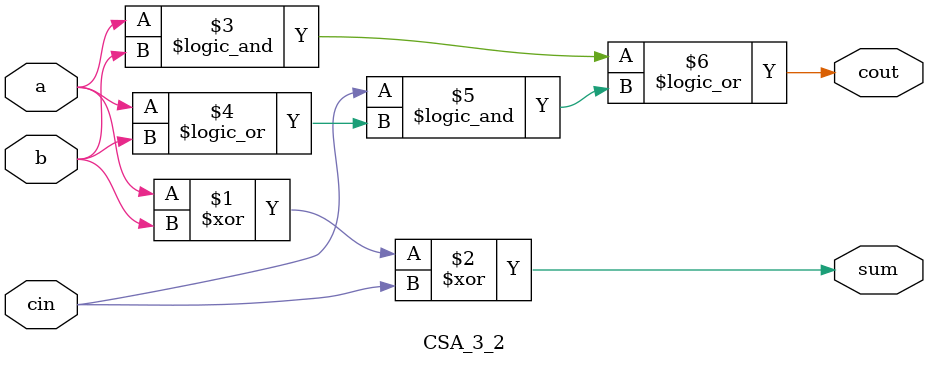
<source format=v>
/*** 
 * @Author: jia200151@126.com
 * @Date: 2025-11-05 10:16:16
 * @LastEditors: lwj
 * @LastEditTime: 2025-11-05 10:16:16
 * @FilePath: \rtl\conv2d\CSA_3_2.v
 * @Description: 
 * @Copyright (c) 2025 by lwj email: jia200151@126.com, All Rights Reserved.
 */
/*** 
 * @Author: jia200151@126.com
 * @Date: 2025-10-29 15:58:57
 * @LastEditors: lwj
 * @LastEditTime: 2025-10-29 17:24:53
 * @FilePath: \conv1d\CSA_3_2.v
 * @Description: 
 * @Copyright (c) 2025 by lwj email: jia200151@126.com, All Rights Reserved.
 */
module CSA_3_2 (
    input a,
    input b,
    input cin,
    output cout,
    output sum
);//3:2 CSA == full adder
assign sum = a^b^cin;
assign cout = (a&&b)||(cin&&(a||b));
endmodule
</source>
